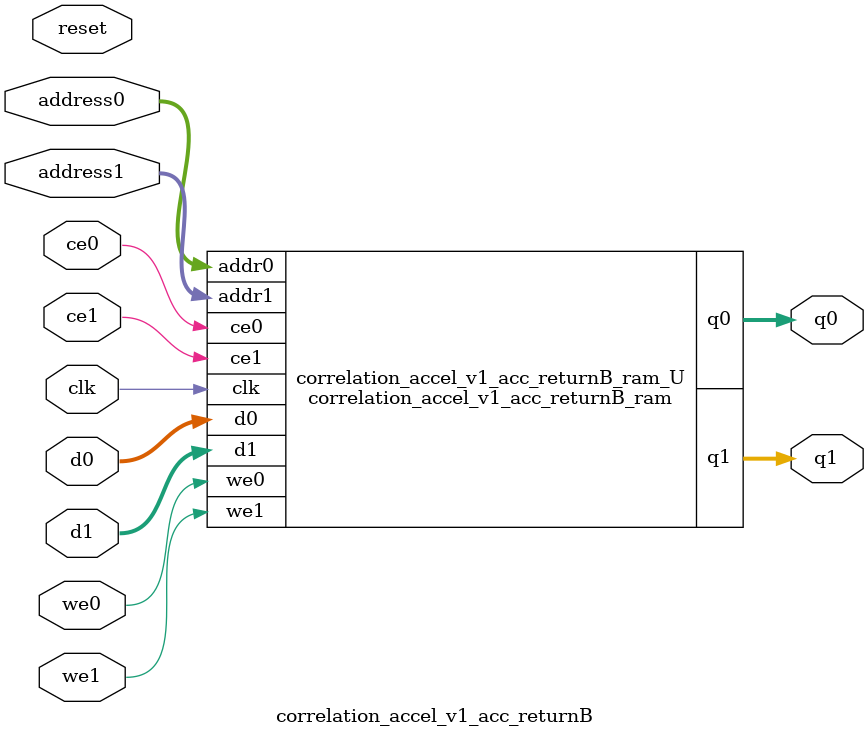
<source format=v>

`timescale 1 ns / 1 ps
module correlation_accel_v1_acc_returnB_ram (addr0, ce0, d0, we0, q0, addr1, ce1, d1, we1, q1,  clk);

parameter DWIDTH = 32;
parameter AWIDTH = 3;
parameter MEM_SIZE = 6;

input[AWIDTH-1:0] addr0;
input ce0;
input[DWIDTH-1:0] d0;
input we0;
output reg[DWIDTH-1:0] q0;
input[AWIDTH-1:0] addr1;
input ce1;
input[DWIDTH-1:0] d1;
input we1;
output reg[DWIDTH-1:0] q1;
input clk;

(* ram_style = "distributed" *)reg [DWIDTH-1:0] ram[MEM_SIZE-1:0];




always @(posedge clk)  
begin 
    if (ce0) 
    begin
        if (we0) 
        begin 
            ram[addr0] <= d0; 
            q0 <= d0;
        end 
        else 
            q0 <= ram[addr0];
    end
end


always @(posedge clk)  
begin 
    if (ce1) 
    begin
        if (we1) 
        begin 
            ram[addr1] <= d1; 
            q1 <= d1;
        end 
        else 
            q1 <= ram[addr1];
    end
end


endmodule


`timescale 1 ns / 1 ps
module correlation_accel_v1_acc_returnB(
    reset,
    clk,
    address0,
    ce0,
    we0,
    d0,
    q0,
    address1,
    ce1,
    we1,
    d1,
    q1);

parameter DataWidth = 32'd32;
parameter AddressRange = 32'd6;
parameter AddressWidth = 32'd3;
input reset;
input clk;
input[AddressWidth - 1:0] address0;
input ce0;
input we0;
input[DataWidth - 1:0] d0;
output[DataWidth - 1:0] q0;
input[AddressWidth - 1:0] address1;
input ce1;
input we1;
input[DataWidth - 1:0] d1;
output[DataWidth - 1:0] q1;



correlation_accel_v1_acc_returnB_ram correlation_accel_v1_acc_returnB_ram_U(
    .clk( clk ),
    .addr0( address0 ),
    .ce0( ce0 ),
    .d0( d0 ),
    .we0( we0 ),
    .q0( q0 ),
    .addr1( address1 ),
    .ce1( ce1 ),
    .d1( d1 ),
    .we1( we1 ),
    .q1( q1 ));

endmodule


</source>
